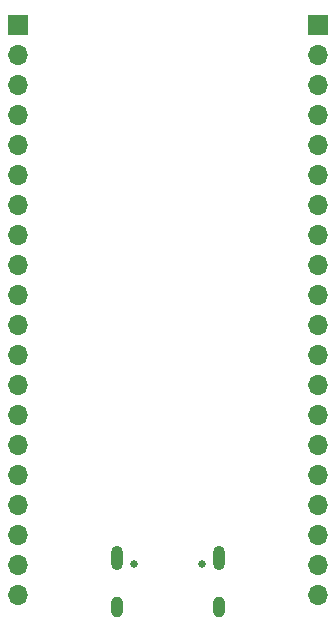
<source format=gbr>
%TF.GenerationSoftware,KiCad,Pcbnew,7.0.7*%
%TF.CreationDate,2024-06-24T12:04:25-04:00*%
%TF.ProjectId,ESP32_S3_Breakout,45535033-325f-4533-935f-427265616b6f,rev?*%
%TF.SameCoordinates,Original*%
%TF.FileFunction,Soldermask,Bot*%
%TF.FilePolarity,Negative*%
%FSLAX46Y46*%
G04 Gerber Fmt 4.6, Leading zero omitted, Abs format (unit mm)*
G04 Created by KiCad (PCBNEW 7.0.7) date 2024-06-24 12:04:25*
%MOMM*%
%LPD*%
G01*
G04 APERTURE LIST*
%ADD10R,1.700000X1.700000*%
%ADD11O,1.700000X1.700000*%
%ADD12C,0.650000*%
%ADD13O,1.000000X2.100000*%
%ADD14O,1.000000X1.800000*%
G04 APERTURE END LIST*
D10*
%TO.C,J3*%
X166370000Y-50800000D03*
D11*
X166370000Y-53340000D03*
X166370000Y-55880000D03*
X166370000Y-58420000D03*
X166370000Y-60960000D03*
X166370000Y-63500000D03*
X166370000Y-66040000D03*
X166370000Y-68580000D03*
X166370000Y-71120000D03*
X166370000Y-73660000D03*
X166370000Y-76200000D03*
X166370000Y-78740000D03*
X166370000Y-81280000D03*
X166370000Y-83820000D03*
X166370000Y-86360000D03*
X166370000Y-88900000D03*
X166370000Y-91440000D03*
X166370000Y-93980000D03*
X166370000Y-96520000D03*
X166370000Y-99060000D03*
%TD*%
D12*
%TO.C,J1*%
X150780000Y-96455000D03*
X156560000Y-96455000D03*
D13*
X149350000Y-95935000D03*
D14*
X149350000Y-100135000D03*
D13*
X157990000Y-95935000D03*
D14*
X157990000Y-100135000D03*
%TD*%
D10*
%TO.C,J2*%
X140970000Y-50800000D03*
D11*
X140970000Y-53340000D03*
X140970000Y-55880000D03*
X140970000Y-58420000D03*
X140970000Y-60960000D03*
X140970000Y-63500000D03*
X140970000Y-66040000D03*
X140970000Y-68580000D03*
X140970000Y-71120000D03*
X140970000Y-73660000D03*
X140970000Y-76200000D03*
X140970000Y-78740000D03*
X140970000Y-81280000D03*
X140970000Y-83820000D03*
X140970000Y-86360000D03*
X140970000Y-88900000D03*
X140970000Y-91440000D03*
X140970000Y-93980000D03*
X140970000Y-96520000D03*
X140970000Y-99060000D03*
%TD*%
M02*

</source>
